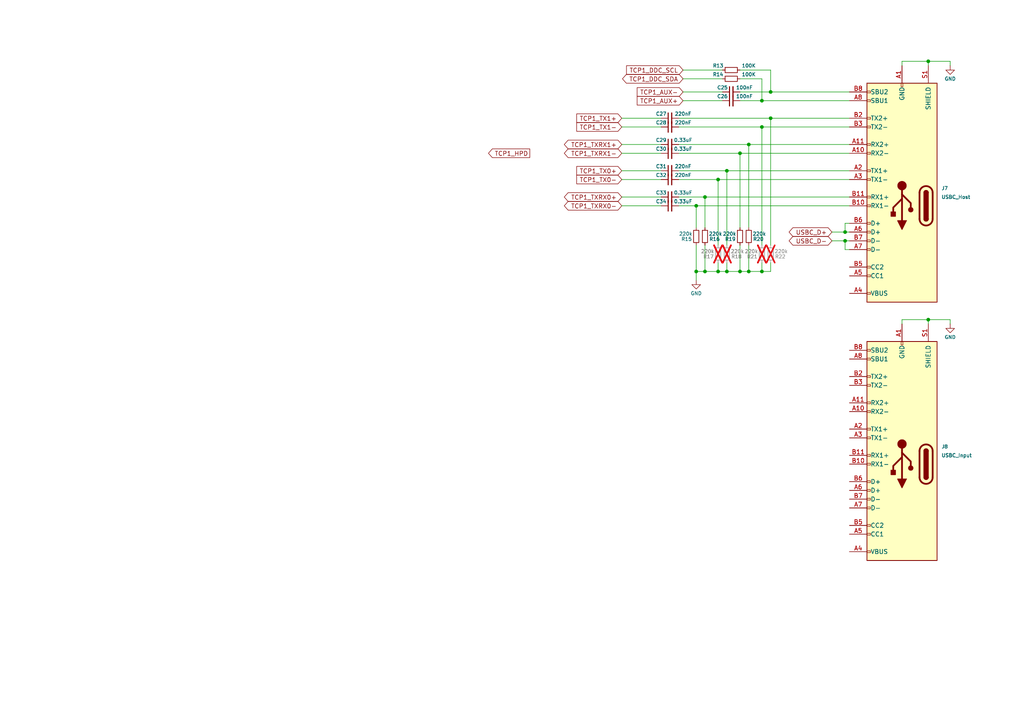
<source format=kicad_sch>
(kicad_sch (version 20231120) (generator "eeschema") (generator_version "8.0")
  (paper "A4")
  (lib_symbols
    (symbol "Connector:USB_C_Receptacle" (pin_names (offset 1.016))
      (property "Reference" "J" (at -10.16 29.21 0))
      (property "Value" "USB_C_Receptacle" (at 10.16 29.21 0))
      (symbol "USB_C_Receptacle_0_0"
        (rectangle (start -0.254 -35.56) (end 0.254 -34.544))
        (rectangle (start 10.16 -32.766) (end 9.144 -33.274))
        (rectangle (start 10.16 -30.226) (end 9.144 -30.734))
        (rectangle (start 10.16 -25.146) (end 9.144 -25.654))
        (rectangle (start 10.16 -22.606) (end 9.144 -23.114))
        (rectangle (start 10.16 -17.526) (end 9.144 -18.034))
        (rectangle (start 10.16 -14.986) (end 9.144 -15.494))
        (rectangle (start 10.16 -9.906) (end 9.144 -10.414))
        (rectangle (start 10.16 -7.366) (end 9.144 -7.874))
        (rectangle (start 10.16 -2.286) (end 9.144 -2.794))
        (rectangle (start 10.16 0.254) (end 9.144 -0.254))
        (rectangle (start 10.16 5.334) (end 9.144 4.826))
        (rectangle (start 10.16 7.874) (end 9.144 7.366))
        (rectangle (start 10.16 10.414) (end 9.144 9.906))
        (rectangle (start 10.16 12.954) (end 9.144 12.446))
        (rectangle (start 10.16 18.034) (end 9.144 17.526))
        (rectangle (start 10.16 20.574) (end 9.144 20.066))
        (rectangle (start 10.16 25.654) (end 9.144 25.146))
      )
      (symbol "USB_C_Receptacle_0_1"
        (rectangle (start -10.16 27.94) (end 10.16 -35.56) (stroke (width 0.254)) (fill (type background)))
        (arc (start -8.89 -3.81) (mid -6.985 -5.7067) (end -5.08 -3.81) (stroke (width 0.508)))
        (arc (start -7.62 -3.81) (mid -6.985 -4.4423) (end -6.35 -3.81) (stroke (width 0.254)))
        (arc (start -7.62 -3.81) (mid -6.985 -4.4423) (end -6.35 -3.81) (stroke (width 0.254)) (fill (type outline)))
        (rectangle (start -7.62 -3.81) (end -6.35 3.81) (stroke (width 0.254)) (fill (type outline)))
        (arc (start -6.35 3.81) (mid -6.985 4.4423) (end -7.62 3.81) (stroke (width 0.254)))
        (arc (start -6.35 3.81) (mid -6.985 4.4423) (end -7.62 3.81) (stroke (width 0.254)) (fill (type outline)))
        (arc (start -5.08 3.81) (mid -6.985 5.7067) (end -8.89 3.81) (stroke (width 0.508)))
        (polyline (pts (xy -8.89 -3.81) (xy -8.89 3.81)) (stroke (width 0.508)))
        (polyline (pts (xy -5.08 3.81) (xy -5.08 -3.81)) (stroke (width 0.508)))
      )
      (symbol "USB_C_Receptacle_1_1"
        (circle (center -2.54 1.143) (radius 0.635) (stroke (width 0.254)) (fill (type outline)))
        (circle (center 0 -5.842) (radius 1.27) (fill (type outline)))
        (polyline (pts (xy 0 -5.842) (xy 0 4.318)) (stroke (width 0.508)))
        (polyline (pts (xy 0 -3.302) (xy -2.54 -0.762) (xy -2.54 0.508)) (stroke (width 0.508)))
        (polyline (pts (xy 0 -2.032) (xy 2.54 0.508) (xy 2.54 1.778)) (stroke (width 0.508)))
        (polyline (pts (xy -1.27 4.318) (xy 0 6.858) (xy 1.27 4.318) (xy -1.27 4.318)) (stroke (width 0.254)) (fill (type outline)))
        (rectangle (start 1.905 1.778) (end 3.175 3.048) (stroke (width 0.254)) (fill (type outline)))
        (pin passive line (at 0 -40.64 90) (length 5.08) (name "GND") (number "A1"))
        (pin bidirectional line (at 15.24 -15.24 180) (length 5.08) (name "RX2-") (number "A10"))
        (pin bidirectional line (at 15.24 -17.78 180) (length 5.08) (name "RX2+") (number "A11"))
        (pin passive line (at 0 -40.64 90) (length 5.08) hide (name "GND") (number "A12"))
        (pin bidirectional line (at 15.24 -10.16 180) (length 5.08) (name "TX1+") (number "A2"))
        (pin bidirectional line (at 15.24 -7.62 180) (length 5.08) (name "TX1-") (number "A3"))
        (pin passive line (at 15.24 25.4 180) (length 5.08) (name "VBUS") (number "A4"))
        (pin bidirectional line (at 15.24 20.32 180) (length 5.08) (name "CC1") (number "A5"))
        (pin bidirectional line (at 15.24 7.62 180) (length 5.08) (name "D+") (number "A6"))
        (pin bidirectional line (at 15.24 12.7 180) (length 5.08) (name "D-") (number "A7"))
        (pin bidirectional line (at 15.24 -30.48 180) (length 5.08) (name "SBU1") (number "A8"))
        (pin passive line (at 15.24 25.4 180) (length 5.08) hide (name "VBUS") (number "A9"))
        (pin passive line (at 0 -40.64 90) (length 5.08) hide (name "GND") (number "B1"))
        (pin bidirectional line (at 15.24 0 180) (length 5.08) (name "RX1-") (number "B10"))
        (pin bidirectional line (at 15.24 -2.54 180) (length 5.08) (name "RX1+") (number "B11"))
        (pin passive line (at 0 -40.64 90) (length 5.08) hide (name "GND") (number "B12"))
        (pin bidirectional line (at 15.24 -25.4 180) (length 5.08) (name "TX2+") (number "B2"))
        (pin bidirectional line (at 15.24 -22.86 180) (length 5.08) (name "TX2-") (number "B3"))
        (pin passive line (at 15.24 25.4 180) (length 5.08) hide (name "VBUS") (number "B4"))
        (pin bidirectional line (at 15.24 17.78 180) (length 5.08) (name "CC2") (number "B5"))
        (pin bidirectional line (at 15.24 5.08 180) (length 5.08) (name "D+") (number "B6"))
        (pin bidirectional line (at 15.24 10.16 180) (length 5.08) (name "D-") (number "B7"))
        (pin bidirectional line (at 15.24 -33.02 180) (length 5.08) (name "SBU2") (number "B8"))
        (pin passive line (at 15.24 25.4 180) (length 5.08) hide (name "VBUS") (number "B9"))
        (pin passive line (at -7.62 -40.64 90) (length 5.08) (name "SHIELD") (number "S1"))
      )
    )
    (symbol "Device:C_Small" (pin_numbers hide) (pin_names (offset 0.254) hide)
      (property "Reference" "C" (at 0.254 1.778 0))
      (property "Value" "C_Small" (at 0.254 -2.032 0))
      (symbol "C_Small_0_1"
        (polyline (pts (xy -1.524 -0.508) (xy 1.524 -0.508)) (stroke (width 0.3302)))
        (polyline (pts (xy -1.524 0.508) (xy 1.524 0.508)) (stroke (width 0.3048)))
      )
      (symbol "C_Small_1_1"
        (pin passive line (at 0 2.54 270) (length 2.032) (name "~") (number "1"))
        (pin passive line (at 0 -2.54 90) (length 2.032) (name "~") (number "2"))
      )
    )
    (symbol "Device:R_Small" (pin_numbers hide) (pin_names (offset 0.254) hide)
      (property "Reference" "R" (at 0.762 0.508 0))
      (property "Value" "R_Small" (at 0.762 -1.016 0))
      (symbol "R_Small_0_1"
        (rectangle (start -0.762 1.778) (end 0.762 -1.778) (stroke (width 0.2032)))
      )
      (symbol "R_Small_1_1"
        (pin passive line (at 0 2.54 270) (length 0.762) (name "~") (number "1"))
        (pin passive line (at 0 -2.54 90) (length 0.762) (name "~") (number "2"))
      )
    )
    (symbol "power:GND" (power) (pin_numbers hide) (pin_names (offset 0) hide)
      (property "Value" "GND" (at 0 -3.81 0))
      (symbol "GND_0_1"
        (polyline (pts (xy 0 0) (xy 0 -1.27) (xy 1.27 -1.27) (xy 0 -2.54) (xy -1.27 -1.27) (xy 0 -1.27)))
      )
      (symbol "GND_1_1"
        (pin power_in line (at 0 0 270) (length 0) (name "~") (number "1"))
      )
    )
  )
  (junction (at 204.47 78.74))
  (junction (at 220.98 78.74))
  (junction (at 210.82 49.53))
  (junction (at 217.17 41.91))
  (junction (at 214.63 44.45))
  (junction (at 201.93 78.74))
  (junction (at 210.82 78.74))
  (junction (at 220.98 36.83))
  (junction (at 245.11 67.31))
  (junction (at 269.24 92.71))
  (junction (at 223.52 34.29))
  (junction (at 245.11 69.85))
  (junction (at 217.17 78.74))
  (junction (at 208.28 52.07))
  (junction (at 220.98 29.21))
  (junction (at 204.47 57.15))
  (junction (at 269.24 17.78))
  (junction (at 214.63 78.74))
  (junction (at 223.52 26.67))
  (junction (at 201.93 59.69))
  (junction (at 208.28 78.74))
  (wire (pts (xy 275.59 92.71) (xy 269.24 92.71)))
  (wire (pts (xy 196.85 34.29) (xy 223.52 34.29)))
  (wire (pts (xy 269.24 17.78) (xy 261.62 17.78)))
  (wire (pts (xy 246.38 69.85) (xy 245.11 69.85)))
  (wire (pts (xy 201.93 78.74) (xy 204.47 78.74)))
  (wire (pts (xy 180.34 34.29) (xy 191.77 34.29)))
  (wire (pts (xy 245.11 67.31) (xy 246.38 67.31)))
  (wire (pts (xy 210.82 49.53) (xy 246.38 49.53)))
  (wire (pts (xy 214.63 71.12) (xy 214.63 78.74)))
  (wire (pts (xy 208.28 76.2) (xy 208.28 78.74)))
  (wire (pts (xy 261.62 92.71) (xy 261.62 93.98)))
  (wire (pts (xy 245.11 72.39) (xy 246.38 72.39)))
  (wire (pts (xy 245.11 64.77) (xy 245.11 67.31)))
  (wire (pts (xy 217.17 71.12) (xy 217.17 78.74)))
  (wire (pts (xy 220.98 76.2) (xy 220.98 78.74)))
  (wire (pts (xy 208.28 78.74) (xy 210.82 78.74)))
  (wire (pts (xy 210.82 49.53) (xy 210.82 71.12)))
  (wire (pts (xy 223.52 34.29) (xy 246.38 34.29)))
  (wire (pts (xy 269.24 92.71) (xy 269.24 93.98)))
  (wire (pts (xy 220.98 36.83) (xy 220.98 71.12)))
  (wire (pts (xy 220.98 36.83) (xy 246.38 36.83)))
  (wire (pts (xy 223.52 76.2) (xy 223.52 78.74)))
  (wire (pts (xy 201.93 59.69) (xy 246.38 59.69)))
  (wire (pts (xy 201.93 71.12) (xy 201.93 78.74)))
  (wire (pts (xy 210.82 76.2) (xy 210.82 78.74)))
  (wire (pts (xy 214.63 22.86) (xy 220.98 22.86)))
  (wire (pts (xy 275.59 17.78) (xy 269.24 17.78)))
  (wire (pts (xy 217.17 78.74) (xy 220.98 78.74)))
  (wire (pts (xy 223.52 34.29) (xy 223.52 71.12)))
  (wire (pts (xy 201.93 78.74) (xy 201.93 81.28)))
  (wire (pts (xy 204.47 71.12) (xy 204.47 78.74)))
  (wire (pts (xy 220.98 78.74) (xy 223.52 78.74)))
  (wire (pts (xy 261.62 17.78) (xy 261.62 19.05)))
  (wire (pts (xy 204.47 57.15) (xy 246.38 57.15)))
  (wire (pts (xy 214.63 78.74) (xy 217.17 78.74)))
  (wire (pts (xy 220.98 22.86) (xy 220.98 29.21)))
  (wire (pts (xy 180.34 57.15) (xy 191.77 57.15)))
  (wire (pts (xy 217.17 41.91) (xy 246.38 41.91)))
  (wire (pts (xy 223.52 20.32) (xy 223.52 26.67)))
  (wire (pts (xy 180.34 41.91) (xy 191.77 41.91)))
  (wire (pts (xy 198.12 26.67) (xy 209.55 26.67)))
  (wire (pts (xy 196.85 57.15) (xy 204.47 57.15)))
  (wire (pts (xy 208.28 52.07) (xy 246.38 52.07)))
  (wire (pts (xy 196.85 36.83) (xy 220.98 36.83)))
  (wire (pts (xy 201.93 66.04) (xy 201.93 59.69)))
  (wire (pts (xy 214.63 44.45) (xy 246.38 44.45)))
  (wire (pts (xy 198.12 29.21) (xy 209.55 29.21)))
  (wire (pts (xy 269.24 92.71) (xy 261.62 92.71)))
  (wire (pts (xy 241.3 69.85) (xy 245.11 69.85)))
  (wire (pts (xy 198.12 22.86) (xy 209.55 22.86)))
  (wire (pts (xy 204.47 57.15) (xy 204.47 66.04)))
  (wire (pts (xy 198.12 20.32) (xy 209.55 20.32)))
  (wire (pts (xy 214.63 20.32) (xy 223.52 20.32)))
  (wire (pts (xy 180.34 44.45) (xy 191.77 44.45)))
  (wire (pts (xy 214.63 29.21) (xy 220.98 29.21)))
  (wire (pts (xy 180.34 59.69) (xy 191.77 59.69)))
  (wire (pts (xy 196.85 59.69) (xy 201.93 59.69)))
  (wire (pts (xy 223.52 26.67) (xy 246.38 26.67)))
  (wire (pts (xy 245.11 69.85) (xy 245.11 72.39)))
  (wire (pts (xy 196.85 44.45) (xy 214.63 44.45)))
  (wire (pts (xy 180.34 36.83) (xy 191.77 36.83)))
  (wire (pts (xy 196.85 41.91) (xy 217.17 41.91)))
  (wire (pts (xy 208.28 52.07) (xy 208.28 71.12)))
  (wire (pts (xy 275.59 93.98) (xy 275.59 92.71)))
  (wire (pts (xy 196.85 49.53) (xy 210.82 49.53)))
  (wire (pts (xy 269.24 17.78) (xy 269.24 19.05)))
  (wire (pts (xy 180.34 49.53) (xy 191.77 49.53)))
  (wire (pts (xy 214.63 44.45) (xy 214.63 66.04)))
  (wire (pts (xy 180.34 52.07) (xy 191.77 52.07)))
  (wire (pts (xy 246.38 64.77) (xy 245.11 64.77)))
  (wire (pts (xy 196.85 52.07) (xy 208.28 52.07)))
  (wire (pts (xy 217.17 66.04) (xy 217.17 41.91)))
  (wire (pts (xy 241.3 67.31) (xy 245.11 67.31)))
  (wire (pts (xy 214.63 26.67) (xy 223.52 26.67)))
  (wire (pts (xy 204.47 78.74) (xy 208.28 78.74)))
  (wire (pts (xy 210.82 78.74) (xy 214.63 78.74)))
  (wire (pts (xy 220.98 29.21) (xy 246.38 29.21)))
  (wire (pts (xy 275.59 19.05) (xy 275.59 17.78)))
  (global_label "TCP1_TXRX0+" (shape bidirectional) (at 180.34 57.15 180) (property "Intersheetrefs" "${INTERSHEET_REFS}" (effects (hide yes))))
  (global_label "USBC_D+" (shape bidirectional) (at 241.3 67.31 180) (property "Intersheetrefs" "${INTERSHEET_REFS}" (effects (hide yes))))
  (global_label "TCP1_DDC_SCL" (shape input) (at 198.12 20.32 180) (property "Intersheetrefs" "${INTERSHEET_REFS}" (effects (hide yes))))
  (global_label "USBC_D-" (shape bidirectional) (at 241.3 69.85 180) (property "Intersheetrefs" "${INTERSHEET_REFS}" (effects (hide yes))))
  (global_label "TCP1_TX1-" (shape input) (at 180.34 36.83 180) (property "Intersheetrefs" "${INTERSHEET_REFS}" (effects (hide yes))))
  (global_label "TCP1_TXRX1+" (shape bidirectional) (at 180.34 41.91 180) (property "Intersheetrefs" "${INTERSHEET_REFS}" (effects (hide yes))))
  (global_label "TCP1_TX0+" (shape input) (at 180.34 49.53 180) (property "Intersheetrefs" "${INTERSHEET_REFS}" (effects (hide yes))))
  (global_label "TCP1_AUX+" (shape input) (at 198.12 29.21 180) (property "Intersheetrefs" "${INTERSHEET_REFS}" (effects (hide yes))))
  (global_label "TCP1_AUX-" (shape input) (at 198.12 26.67 180) (property "Intersheetrefs" "${INTERSHEET_REFS}" (effects (hide yes))))
  (global_label "TCP1_TX1+" (shape input) (at 180.34 34.29 180) (property "Intersheetrefs" "${INTERSHEET_REFS}" (effects (hide yes))))
  (global_label "TCP1_TX0-" (shape input) (at 180.34 52.07 180) (property "Intersheetrefs" "${INTERSHEET_REFS}" (effects (hide yes))))
  (global_label "TCP1_DDC_SDA" (shape bidirectional) (at 198.12 22.86 180) (property "Intersheetrefs" "${INTERSHEET_REFS}" (effects (hide yes))))
  (global_label "TCP1_TXRX0-" (shape bidirectional) (at 180.34 59.69 180) (property "Intersheetrefs" "${INTERSHEET_REFS}" (effects (hide yes))))
  (global_label "TCP1_HPD" (shape output) (at 153.67 44.45 180) (property "Intersheetrefs" "${INTERSHEET_REFS}" (effects (hide yes))))
  (global_label "TCP1_TXRX1-" (shape bidirectional) (at 180.34 44.45 180) (property "Intersheetrefs" "${INTERSHEET_REFS}" (effects (hide yes))))
  (symbol (lib_id "Connector:USB_C_Receptacle") (at 261.62 134.62 180) (unit 1)
    (property "Reference" "J8" (at 273.05 129.5399 0) (effects (font (size 1.016 1.016)) (justify right)))
    (property "Value" "USBC_Input" (at 273.05 132.0799 0) (effects (font (size 1.016 1.016)) (justify right)))
    (property "Datasheet" "https://www.usb.org/sites/default/files/documents/usb_type-c.zip" (effects (hide yes)))
    (property "Description" "USB Full-Featured Type-C Receptacle connector" (effects (hide yes)))
  )
  (symbol (lib_id "Device:R_Small") (at 223.52 73.66 0) (mirror x) (unit 1) (dnp yes)
    (property "Reference" "R22" (at 226.314 74.422 0) (effects (font (size 1.016 1.016))))
    (property "Value" "220k" (at 226.568 72.898 0) (effects (font (size 1.016 1.016))))
    (property "Footprint" "Resistor_SMD:R_0201_0603Metric" (effects (hide yes)))
    (property "Description" "Resistor, small symbol" (effects (hide yes)))
  )
  (symbol (lib_id "Device:R_Small") (at 208.28 73.66 180) (unit 1) (dnp yes)
    (property "Reference" "R17" (at 205.486 74.422 0) (effects (font (size 1.016 1.016))))
    (property "Value" "220k" (at 205.232 72.898 0) (effects (font (size 1.016 1.016))))
    (property "Footprint" "Resistor_SMD:R_0201_0603Metric" (effects (hide yes)))
    (property "Description" "Resistor, small symbol" (effects (hide yes)))
  )
  (symbol (lib_id "power:GND") (at 275.59 93.98 0) (unit 1)
    (property "Reference" "#PWR025" (effects (hide yes)))
    (property "Value" "GND" (at 275.59 97.79 0) (effects (font (size 1.016 1.016))))
  )
  (symbol (lib_id "Device:R_Small") (at 212.09 20.32 90) (unit 1)
    (property "Reference" "R13" (at 208.28 19.05 90) (effects (font (size 1.016 1.016))))
    (property "Value" "100K" (at 217.17 19.05 90) (effects (font (size 1.016 1.016))))
    (property "Footprint" "Resistor_SMD:R_0402_1005Metric" (effects (hide yes)))
    (property "Description" "Resistor, small symbol" (effects (hide yes)))
  )
  (symbol (lib_id "Device:C_Small") (at 194.31 34.29 90) (unit 1)
    (property "Reference" "C27" (at 191.77 33.02 90) (effects (font (size 1.016 1.016))))
    (property "Value" "220nF" (at 198.12 33.02 90) (effects (font (size 1.016 1.016))))
    (property "Footprint" "Capacitor_SMD:C_0201_0603Metric" (effects (hide yes)))
    (property "Description" "Unpolarized capacitor, small symbol" (effects (hide yes)))
  )
  (symbol (lib_id "Device:R_Small") (at 212.09 22.86 90) (unit 1)
    (property "Reference" "R14" (at 208.28 21.59 90) (effects (font (size 1.016 1.016))))
    (property "Value" "100K" (at 217.17 21.59 90) (effects (font (size 1.016 1.016))))
    (property "Footprint" "Resistor_SMD:R_0402_1005Metric" (effects (hide yes)))
    (property "Description" "Resistor, small symbol" (effects (hide yes)))
  )
  (symbol (lib_id "Device:C_Small") (at 194.31 41.91 90) (unit 1)
    (property "Reference" "C29" (at 191.77 40.64 90) (effects (font (size 1.016 1.016))))
    (property "Value" "0.33uF" (at 198.12 40.64 90) (effects (font (size 1.016 1.016))))
    (property "Footprint" "Capacitor_SMD:C_0201_0603Metric" (effects (hide yes)))
    (property "Description" "Unpolarized capacitor, small symbol" (effects (hide yes)))
  )
  (symbol (lib_id "Device:C_Small") (at 194.31 52.07 90) (unit 1)
    (property "Reference" "C32" (at 191.77 50.8 90) (effects (font (size 1.016 1.016))))
    (property "Value" "220nF" (at 198.12 50.8 90) (effects (font (size 1.016 1.016))))
    (property "Footprint" "Capacitor_SMD:C_0201_0603Metric" (effects (hide yes)))
    (property "Description" "Unpolarized capacitor, small symbol" (effects (hide yes)))
  )
  (symbol (lib_id "Device:C_Small") (at 212.09 26.67 90) (unit 1)
    (property "Reference" "C25" (at 209.55 25.4 90) (effects (font (size 1.016 1.016))))
    (property "Value" "100nF" (at 215.9 25.4 90) (effects (font (size 1.016 1.016))))
    (property "Footprint" "Capacitor_SMD:C_0402_1005Metric" (effects (hide yes)))
    (property "Description" "Unpolarized capacitor, small symbol" (effects (hide yes)))
  )
  (symbol (lib_id "Connector:USB_C_Receptacle") (at 261.62 59.69 180) (unit 1)
    (property "Reference" "J7" (at 273.05 54.6099 0) (effects (font (size 1.016 1.016)) (justify right)))
    (property "Value" "USBC_Host" (at 273.05 57.1499 0) (effects (font (size 1.016 1.016)) (justify right)))
    (property "Datasheet" "https://www.usb.org/sites/default/files/documents/usb_type-c.zip" (effects (hide yes)))
    (property "Description" "USB Full-Featured Type-C Receptacle connector" (effects (hide yes)))
  )
  (symbol (lib_id "Device:R_Small") (at 201.93 68.58 180) (unit 1)
    (property "Reference" "R15" (at 199.136 69.342 0) (effects (font (size 1.016 1.016))))
    (property "Value" "220k" (at 198.882 67.818 0) (effects (font (size 1.016 1.016))))
    (property "Footprint" "Resistor_SMD:R_0201_0603Metric" (effects (hide yes)))
    (property "Description" "Resistor, small symbol" (effects (hide yes)))
  )
  (symbol (lib_id "Device:C_Small") (at 212.09 29.21 90) (unit 1)
    (property "Reference" "C26" (at 209.55 27.94 90) (effects (font (size 1.016 1.016))))
    (property "Value" "100nF" (at 215.9 27.94 90) (effects (font (size 1.016 1.016))))
    (property "Footprint" "Capacitor_SMD:C_0402_1005Metric" (effects (hide yes)))
    (property "Description" "Unpolarized capacitor, small symbol" (effects (hide yes)))
  )
  (symbol (lib_id "Device:C_Small") (at 194.31 57.15 90) (unit 1)
    (property "Reference" "C33" (at 191.77 55.88 90) (effects (font (size 1.016 1.016))))
    (property "Value" "0.33uF" (at 198.12 55.88 90) (effects (font (size 1.016 1.016))))
    (property "Footprint" "Capacitor_SMD:C_0201_0603Metric" (effects (hide yes)))
    (property "Description" "Unpolarized capacitor, small symbol" (effects (hide yes)))
  )
  (symbol (lib_id "Device:C_Small") (at 194.31 36.83 90) (unit 1)
    (property "Reference" "C28" (at 191.77 35.56 90) (effects (font (size 1.016 1.016))))
    (property "Value" "220nF" (at 198.12 35.56 90) (effects (font (size 1.016 1.016))))
    (property "Footprint" "Capacitor_SMD:C_0201_0603Metric" (effects (hide yes)))
    (property "Description" "Unpolarized capacitor, small symbol" (effects (hide yes)))
  )
  (symbol (lib_id "Device:R_Small") (at 220.98 73.66 180) (unit 1) (dnp yes)
    (property "Reference" "R21" (at 218.186 74.422 0) (effects (font (size 1.016 1.016))))
    (property "Value" "220k" (at 217.932 72.898 0) (effects (font (size 1.016 1.016))))
    (property "Footprint" "Resistor_SMD:R_0201_0603Metric" (effects (hide yes)))
    (property "Description" "Resistor, small symbol" (effects (hide yes)))
  )
  (symbol (lib_id "Device:C_Small") (at 194.31 49.53 90) (unit 1)
    (property "Reference" "C31" (at 191.77 48.26 90) (effects (font (size 1.016 1.016))))
    (property "Value" "220nF" (at 198.12 48.26 90) (effects (font (size 1.016 1.016))))
    (property "Footprint" "Capacitor_SMD:C_0201_0603Metric" (effects (hide yes)))
    (property "Description" "Unpolarized capacitor, small symbol" (effects (hide yes)))
  )
  (symbol (lib_id "Device:R_Small") (at 204.47 68.58 0) (mirror x) (unit 1)
    (property "Reference" "R16" (at 207.264 69.342 0) (effects (font (size 1.016 1.016))))
    (property "Value" "220k" (at 207.518 67.818 0) (effects (font (size 1.016 1.016))))
    (property "Footprint" "Resistor_SMD:R_0201_0603Metric" (effects (hide yes)))
    (property "Description" "Resistor, small symbol" (effects (hide yes)))
  )
  (symbol (lib_id "Device:C_Small") (at 194.31 59.69 90) (unit 1)
    (property "Reference" "C34" (at 191.77 58.42 90) (effects (font (size 1.016 1.016))))
    (property "Value" "0.33uF" (at 198.12 58.42 90) (effects (font (size 1.016 1.016))))
    (property "Footprint" "Capacitor_SMD:C_0201_0603Metric" (effects (hide yes)))
    (property "Description" "Unpolarized capacitor, small symbol" (effects (hide yes)))
  )
  (symbol (lib_id "Device:R_Small") (at 214.63 68.58 180) (unit 1)
    (property "Reference" "R19" (at 211.836 69.342 0) (effects (font (size 1.016 1.016))))
    (property "Value" "220k" (at 211.582 67.818 0) (effects (font (size 1.016 1.016))))
    (property "Footprint" "Resistor_SMD:R_0201_0603Metric" (effects (hide yes)))
    (property "Description" "Resistor, small symbol" (effects (hide yes)))
  )
  (symbol (lib_id "Device:R_Small") (at 210.82 73.66 0) (mirror x) (unit 1) (dnp yes)
    (property "Reference" "R18" (at 213.614 74.422 0) (effects (font (size 1.016 1.016))))
    (property "Value" "220k" (at 213.868 72.898 0) (effects (font (size 1.016 1.016))))
    (property "Footprint" "Resistor_SMD:R_0201_0603Metric" (effects (hide yes)))
    (property "Description" "Resistor, small symbol" (effects (hide yes)))
  )
  (symbol (lib_id "Device:R_Small") (at 217.17 68.58 0) (mirror x) (unit 1)
    (property "Reference" "R20" (at 219.964 69.342 0) (effects (font (size 1.016 1.016))))
    (property "Value" "220k" (at 220.218 67.818 0) (effects (font (size 1.016 1.016))))
    (property "Footprint" "Resistor_SMD:R_0201_0603Metric" (effects (hide yes)))
    (property "Description" "Resistor, small symbol" (effects (hide yes)))
  )
  (symbol (lib_id "Device:C_Small") (at 194.31 44.45 90) (unit 1)
    (property "Reference" "C30" (at 191.77 43.18 90) (effects (font (size 1.016 1.016))))
    (property "Value" "0.33uF" (at 198.12 43.18 90) (effects (font (size 1.016 1.016))))
    (property "Footprint" "Capacitor_SMD:C_0201_0603Metric" (effects (hide yes)))
    (property "Description" "Unpolarized capacitor, small symbol" (effects (hide yes)))
  )
  (symbol (lib_id "power:GND") (at 201.93 81.28 0) (unit 1)
    (property "Reference" "#PWR027" (effects (hide yes)))
    (property "Value" "GND" (at 201.93 85.09 0) (effects (font (size 1.016 1.016))))
  )
  (symbol (lib_id "power:GND") (at 275.59 19.05 0) (unit 1)
    (property "Reference" "#PWR026" (effects (hide yes)))
    (property "Value" "GND" (at 275.59 22.86 0) (effects (font (size 1.016 1.016))))
  )
)
</source>
